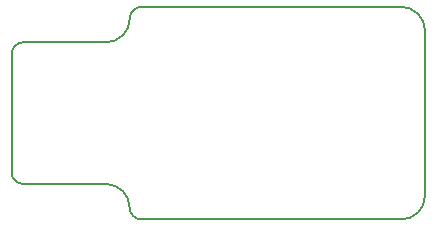
<source format=gbr>
%TF.GenerationSoftware,KiCad,Pcbnew,(5.1.6)-1*%
%TF.CreationDate,2020-09-21T22:35:42+08:00*%
%TF.ProjectId,Tiny-Hi3861,54696e79-2d48-4693-9338-36312e6b6963,V1.0*%
%TF.SameCoordinates,Original*%
%TF.FileFunction,Profile,NP*%
%FSLAX46Y46*%
G04 Gerber Fmt 4.6, Leading zero omitted, Abs format (unit mm)*
G04 Created by KiCad (PCBNEW (5.1.6)-1) date 2020-09-21 22:35:42*
%MOMM*%
%LPD*%
G01*
G04 APERTURE LIST*
%TA.AperFunction,Profile*%
%ADD10C,0.200000*%
%TD*%
G04 APERTURE END LIST*
D10*
X187050001Y-109370000D02*
X165050001Y-109370000D01*
X164050001Y-92370000D02*
G75*
G02*
X165050001Y-91370000I1000000J0D01*
G01*
X154050001Y-95370000D02*
X154050001Y-105370000D01*
X162050000Y-106369999D02*
G75*
G02*
X164050001Y-108370000I0J-2000001D01*
G01*
X165050001Y-91370000D02*
X187050001Y-91370000D01*
X162050001Y-94370000D02*
X155050001Y-94370000D01*
X155050001Y-106370000D02*
G75*
G02*
X154050001Y-105370000I0J1000000D01*
G01*
X189050001Y-107370000D02*
G75*
G02*
X187050001Y-109370000I-2000000J0D01*
G01*
X164050002Y-92369999D02*
G75*
G02*
X162050001Y-94370000I-2000001J0D01*
G01*
X154050001Y-95370000D02*
G75*
G02*
X155050001Y-94370000I1000000J0D01*
G01*
X187050000Y-91370000D02*
G75*
G02*
X189050001Y-93369999I1J-2000000D01*
G01*
X165050001Y-109370000D02*
G75*
G02*
X164050001Y-108370000I0J1000000D01*
G01*
X189050001Y-93369999D02*
X189050001Y-107370000D01*
X155050000Y-106370000D02*
X162050000Y-106369999D01*
M02*

</source>
